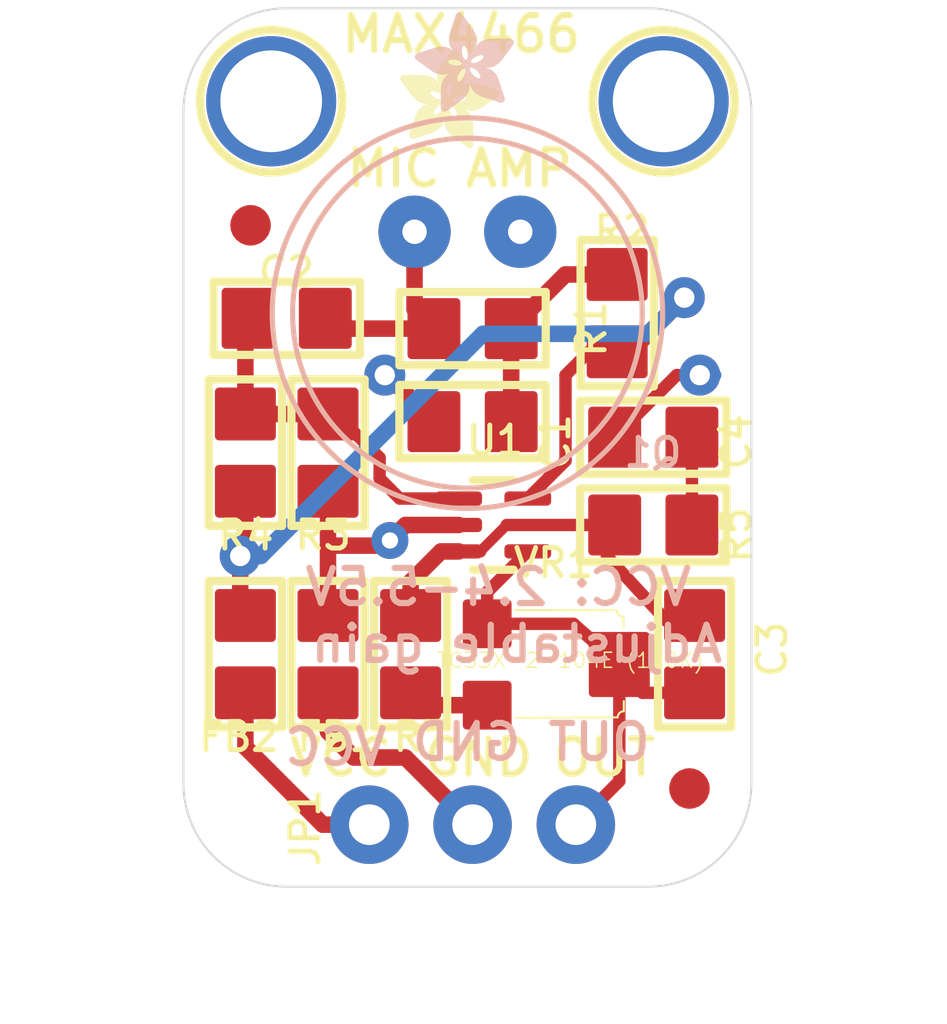
<source format=kicad_pcb>
(kicad_pcb (version 20211014) (generator pcbnew)
  (layers (0 "F.Cu" signal) (31 "B.Cu" signal) (34 "B.Paste" user) (35 "F.Paste" user) (36 "B.SilkS" user "B.Silkscreen") (37 "F.SilkS" user "F.Silkscreen") (38 "B.Mask" user) (39 "F.Mask" user) (44 "Edge.Cuts" user))
  (net 0 "")
  (net 1 "GND")
  (net 2 "VCC")
  (net 3 "N$3")
  (net 4 "N$4")
  (net 5 "N$5")
  (net 6 "AVCC")
  (net 7 "AGND")
  (net 8 "N$6")
  (net 9 "N$1")
  (net 10 "N$7")
  (net 11 "N$2")
  (footprint "boardEagle:0805" (layer "F.Cu") (at 143.0401 105.1306 -90)
    (fp_text reference "R4" (at 2.032 -0.762) (layer "F.SilkS") (effects (font (size 0.692831 0.692831) (thickness 0.119969)) (justify right)))
    (fp_text value "1M")
    (pad "1" smd roundrect (at -0.95 0 270) (size 1.3 1.5) (layers "F.Cu" "F.Paste" "F.Mask") (roundrect_rratio 0.07815384615) (net 5 "N$5"))
    (pad "2" smd roundrect (at 0.95 0 270) (size 1.3 1.5) (layers "F.Cu" "F.Paste" "F.Mask") (roundrect_rratio 0.07815384615) (net 6 "AVCC"))
  )
  (footprint "boardEagle:ADAFRUIT_2.5MM" (layer "F.Cu") (at 146.8501 97.6376)
    (fp_text reference "U$16" hide)
    (fp_text value "" hide)
  )
  (footprint "boardEagle:0805" (layer "F.Cu") (at 143.0401 110.0836 -90)
    (fp_text reference "FB2" (at 2.032 -0.889) (layer "F.SilkS") (effects (font (size 0.692831 0.692831) (thickness 0.119969)) (justify right)))
    (fp_text value "FERRITE")
    (pad "1" smd roundrect (at -0.95 0 270) (size 1.3 1.5) (layers "F.Cu" "F.Paste" "F.Mask") (roundrect_rratio 0.07815384615) (net 6 "AVCC"))
    (pad "2" smd roundrect (at 0.95 0 270) (size 1.3 1.5) (layers "F.Cu" "F.Paste" "F.Mask") (roundrect_rratio 0.07815384615) (net 2 "VCC"))
  )
  (footprint "boardEagle:0805" (layer "F.Cu") (at 148.6281 102.0826)
    (fp_text reference "R1" (at 2.921 0.762 90) (layer "F.SilkS") (effects (font (size 0.692831 0.692831) (thickness 0.119969)) (justify left)))
    (fp_text value "1K")
    (pad "1" smd roundrect (at -0.95 0) (size 1.3 1.5) (layers "F.Cu" "F.Paste" "F.Mask") (roundrect_rratio 0.07815384615) (net 3 "N$3"))
    (pad "2" smd roundrect (at 0.95 0) (size 1.3 1.5) (layers "F.Cu" "F.Paste" "F.Mask") (roundrect_rratio 0.07815384615) (net 4 "N$4"))
  )
  (footprint "boardEagle:0805" (layer "F.Cu") (at 152.1841 101.7016 -90)
    (fp_text reference "R2" (at -2.032 0.635) (layer "F.SilkS") (effects (font (size 0.692831 0.692831) (thickness 0.119969)) (justify left)))
    (fp_text value "1K")
    (pad "1" smd roundrect (at -0.95 0 270) (size 1.3 1.5) (layers "F.Cu" "F.Paste" "F.Mask") (roundrect_rratio 0.07815384615) (net 4 "N$4"))
    (pad "2" smd roundrect (at 0.95 0 270) (size 1.3 1.5) (layers "F.Cu" "F.Paste" "F.Mask") (roundrect_rratio 0.07815384615) (net 6 "AVCC"))
  )
  (footprint "boardEagle:FIDUCIAL_1MM" (layer "F.Cu") (at 153.9621 113.3856)
    (fp_text reference "FID1" hide)
    (fp_text value "FIDUCIAL\"\"" hide)
    (pad "1" smd roundrect (at 0 0) (size 1 1) (layers "F.Cu") (roundrect_rratio 0.5))
  )
  (footprint "boardEagle:FIDUCIAL_1MM" (layer "F.Cu") (at 143.1671 99.5426)
    (fp_text reference "FID2" hide)
    (fp_text value "FIDUCIAL\"\"" hide)
    (pad "1" smd roundrect (at 0 0) (size 1 1) (layers "F.Cu") (roundrect_rratio 0.5))
  )
  (footprint "boardEagle:1X03_ROUND_76" (layer "F.Cu") (at 148.6281 114.2746)
    (fp_text reference "JP1" (at -4.1148 1.0922 90) (layer "F.SilkS") (effects (font (size 0.692831 0.692831) (thickness 0.119969)) (justify left)))
    (fp_text value "")
    (pad "1" thru_hole circle (at -2.54 0 90) (size 1.9304 1.9304) (drill 1) (layers *.Cu *.Mask) (net 2 "VCC"))
    (pad "2" thru_hole circle (at 0 0 90) (size 1.9304 1.9304) (drill 1) (layers *.Cu *.Mask) (net 1 "GND"))
    (pad "3" thru_hole circle (at 2.54 0 90) (size 1.9304 1.9304) (drill 1) (layers *.Cu *.Mask) (net 8 "N$6"))
  )
  (footprint "boardEagle:MOUNTINGHOLE_2.5_PLATED" (layer "F.Cu") (at 153.3271 96.4946)
    (fp_text reference "U$14" hide)
    (fp_text value "MOUNTINGHOLE2.5" hide)
    (pad "P$1" thru_hole circle (at 0 0) (size 3.2 3.2) (drill 2.5) (layers *.Cu *.Mask))
  )
  (footprint "boardEagle:SC70-5" (layer "F.Cu") (at 149.1361 106.9086 -90)
    (fp_text reference "U1" (at -2.079 -0.819) (layer "F.SilkS") (effects (font (size 0.692831 0.692831) (thickness 0.119969)) (justify right)))
    (fp_text value "MAX4466EXK+T")
    (pad "1" smd roundrect (at -0.65 0.85 270) (size 0.35 1.15) (layers "F.Cu" "F.Paste" "F.Mask") (roundrect_rratio 0.2902857143) (net 5 "N$5"))
    (pad "2" smd roundrect (at 0 0.85 270) (size 0.35 1.15) (layers "F.Cu" "F.Paste" "F.Mask") (roundrect_rratio 0.2902857143) (net 7 "AGND"))
    (pad "3" smd roundrect (at 0.65 0.85 270) (size 0.35 1.15) (layers "F.Cu" "F.Paste" "F.Mask") (roundrect_rratio 0.2902857143) (net 9 "N$1"))
    (pad "4" smd roundrect (at 0.65 -0.85 270) (size 0.35 1.15) (layers "F.Cu" "F.Paste" "F.Mask") (roundrect_rratio 0.2902857143) (net 8 "N$6"))
    (pad "5" smd roundrect (at -0.65 -0.85 270) (size 0.35 1.15) (layers "F.Cu" "F.Paste" "F.Mask") (roundrect_rratio 0.2902857143) (net 6 "AVCC"))
  )
  (footprint "boardEagle:TRIMPOT_BOURNS_TC33X-2" (layer "F.Cu") (at 150.7871 110.3376 -90)
    (fp_text reference "VR1" (at -2.496 -0.89) (layer "F.SilkS") (effects (font (size 0.692831 0.692831) (thickness 0.119969)) (justify right)))
    (fp_text value "TC33X-2-104E (100K)" (at -0.101 -3.557) (layer "F.SilkS") (effects (font (size 0.369824 0.369824) (thickness 0.036576)) (justify right)))
    (pad "1" smd roundrect (at -1 1.8 270) (size 1.2 1.2) (layers "F.Cu" "F.Paste" "F.Mask") (roundrect_rratio 0.08466666667) (net 8 "N$6"))
    (pad "2" smd roundrect (at 0 -1.45 270) (size 1.6 1.5) (layers "F.Cu" "F.Paste" "F.Mask") (roundrect_rratio 0.06773333333) (net 8 "N$6"))
    (pad "3" smd roundrect (at 1 1.8 270) (size 1.2 1.2) (layers "F.Cu" "F.Paste" "F.Mask") (roundrect_rratio 0.08466666667) (net 11 "N$2"))
  )
  (footprint "boardEagle:MOUNTINGHOLE_2.5_PLATED" (layer "F.Cu") (at 143.6751 96.4946)
    (fp_text reference "U$11" hide)
    (fp_text value "MOUNTINGHOLE2.5" hide)
    (pad "P$1" thru_hole circle (at 0 0) (size 3.2 3.2) (drill 2.5) (layers *.Cu *.Mask))
  )
  (footprint "boardEagle:0805" (layer "F.Cu") (at 147.1041 110.0836 -90)
    (fp_text reference "R7" (at 2.032 -1.016) (layer "F.SilkS") (effects (font (size 0.692831 0.692831) (thickness 0.119969)) (justify right)))
    (fp_text value "22K")
    (pad "1" smd roundrect (at -0.95 0 270) (size 1.3 1.5) (layers "F.Cu" "F.Paste" "F.Mask") (roundrect_rratio 0.07815384615) (net 9 "N$1"))
    (pad "2" smd roundrect (at 0.95 0 270) (size 1.3 1.5) (layers "F.Cu" "F.Paste" "F.Mask") (roundrect_rratio 0.07815384615) (net 11 "N$2"))
  )
  (footprint "boardEagle:0805" (layer "F.Cu") (at 144.0561 101.8286 180)
    (fp_text reference "C2" (at 0.762 1.143) (layer "F.SilkS") (effects (font (size 0.692831 0.692831) (thickness 0.119969)) (justify left)))
    (fp_text value "0.01uF")
    (pad "1" smd roundrect (at -0.95 0 180) (size 1.3 1.5) (layers "F.Cu" "F.Paste" "F.Mask") (roundrect_rratio 0.07815384615) (net 3 "N$3"))
    (pad "2" smd roundrect (at 0.95 0 180) (size 1.3 1.5) (layers "F.Cu" "F.Paste" "F.Mask") (roundrect_rratio 0.07815384615) (net 5 "N$5"))
  )
  (footprint "boardEagle:0805" (layer "F.Cu") (at 145.0721 110.0836 90)
    (fp_text reference "FB1" (at -2.032 1.27) (layer "F.SilkS") (effects (font (size 0.692831 0.692831) (thickness 0.119969)) (justify right)))
    (fp_text value "FERRITE")
    (pad "1" smd roundrect (at -0.95 0 90) (size 1.3 1.5) (layers "F.Cu" "F.Paste" "F.Mask") (roundrect_rratio 0.07815384615) (net 1 "GND"))
    (pad "2" smd roundrect (at 0.95 0 90) (size 1.3 1.5) (layers "F.Cu" "F.Paste" "F.Mask") (roundrect_rratio 0.07815384615) (net 7 "AGND"))
  )
  (footprint "boardEagle:0805" (layer "F.Cu") (at 153.0731 104.7496 180)
    (fp_text reference "C4" (at -2.032 0.635 90) (layer "F.SilkS") (effects (font (size 0.692831 0.692831) (thickness 0.119969)) (justify right)))
    (fp_text value "10uF")
    (pad "1" smd roundrect (at -0.95 0 180) (size 1.3 1.5) (layers "F.Cu" "F.Paste" "F.Mask") (roundrect_rratio 0.07815384615) (net 10 "N$7"))
    (pad "2" smd roundrect (at 0.95 0 180) (size 1.3 1.5) (layers "F.Cu" "F.Paste" "F.Mask") (roundrect_rratio 0.07815384615) (net 7 "AGND"))
  )
  (footprint "boardEagle:0805" (layer "F.Cu") (at 153.0731 106.9086 180)
    (fp_text reference "R5" (at -2.032 0.508 90) (layer "F.SilkS") (effects (font (size 0.692831 0.692831) (thickness 0.119969)) (justify right)))
    (fp_text value "1K")
    (pad "1" smd roundrect (at -0.95 0 180) (size 1.3 1.5) (layers "F.Cu" "F.Paste" "F.Mask") (roundrect_rratio 0.07815384615) (net 10 "N$7"))
    (pad "2" smd roundrect (at 0.95 0 180) (size 1.3 1.5) (layers "F.Cu" "F.Paste" "F.Mask") (roundrect_rratio 0.07815384615) (net 9 "N$1"))
  )
  (footprint "boardEagle:0805" (layer "F.Cu") (at 154.0891 110.0836 90)
    (fp_text reference "C3" (at -0.635 1.905 90) (layer "F.SilkS") (effects (font (size 0.692831 0.692831) (thickness 0.119969)) (justify left)))
    (fp_text value "100pF")
    (pad "1" smd roundrect (at -0.95 0 90) (size 1.3 1.5) (layers "F.Cu" "F.Paste" "F.Mask") (roundrect_rratio 0.07815384615) (net 8 "N$6"))
    (pad "2" smd roundrect (at 0.95 0 90) (size 1.3 1.5) (layers "F.Cu" "F.Paste" "F.Mask") (roundrect_rratio 0.07815384615) (net 9 "N$1"))
  )
  (footprint "boardEagle:0805" (layer "F.Cu") (at 148.6281 104.3686 180)
    (fp_text reference "C1" (at -2.032 0.254 90) (layer "F.SilkS") (effects (font (size 0.692831 0.692831) (thickness 0.119969)) (justify right)))
    (fp_text value "0.1µF")
    (pad "1" smd roundrect (at -0.95 0 180) (size 1.3 1.5) (layers "F.Cu" "F.Paste" "F.Mask") (roundrect_rratio 0.07815384615) (net 4 "N$4"))
    (pad "2" smd roundrect (at 0.95 0 180) (size 1.3 1.5) (layers "F.Cu" "F.Paste" "F.Mask") (roundrect_rratio 0.07815384615) (net 7 "AGND"))
  )
  (footprint "boardEagle:0805" (layer "F.Cu") (at 145.0721 105.1306 90)
    (fp_text reference "R3" (at -2.032 0.635) (layer "F.SilkS") (effects (font (size 0.692831 0.692831) (thickness 0.119969)) (justify right)))
    (fp_text value "1M")
    (pad "1" smd roundrect (at -0.95 0 90) (size 1.3 1.5) (layers "F.Cu" "F.Paste" "F.Mask") (roundrect_rratio 0.07815384615) (net 7 "AGND"))
    (pad "2" smd roundrect (at 0.95 0 90) (size 1.3 1.5) (layers "F.Cu" "F.Paste" "F.Mask") (roundrect_rratio 0.07815384615) (net 5 "N$5"))
  )
  (footprint "boardEagle:ELECTRET_9.7" (layer "B.Cu") (at 148.5011 101.7016 180)
    (fp_text reference "Q1" (at -5.334 -3.429) (layer "B.SilkS") (effects (font (size 0.692831 0.692831) (thickness 0.119969)) (justify left mirror)))
    (fp_text value "CMA-4544PF-W")
    (pad "+" thru_hole circle (at 1.3 2 180) (size 1.778 1.778) (drill 0.6) (layers *.Cu *.Mask) (net 3 "N$3"))
    (pad "-" thru_hole circle (at -1.3 2 180) (size 1.778 1.778) (drill 0.6) (layers *.Cu *.Mask) (net 7 "AGND"))
  )
  (footprint "boardEagle:ADAFRUIT_2.5MM" (layer "B.Cu") (at 149.6441 96.7486 180)
    (fp_text reference "U$17" hide)
    (fp_text value "" hide)
  )
  (gr_arc (start 152.9461 94.2086) (mid 154.742151 94.952549) (end 155.4861 96.7486) (layer "Edge.Cuts") (width 0.05))
  (gr_arc (start 144.0561 115.7986) (mid 142.260049 115.054651) (end 141.5161 113.2586) (layer "Edge.Cuts") (width 0.05))
  (gr_line (start 155.4861 113.2586) (end 155.4861 96.7486) (layer "Edge.Cuts") (width 0.05))
  (gr_line (start 152.9461 94.2086) (end 144.0561 94.2086) (layer "Edge.Cuts") (width 0.05))
  (gr_line (start 141.5161 96.7486) (end 141.5161 113.2586) (layer "Edge.Cuts") (width 0.05))
  (gr_arc (start 155.4861 113.2586) (mid 154.742151 115.054651) (end 152.9461 115.7986) (layer "Edge.Cuts") (width 0.05))
  (gr_line (start 144.0561 115.7986) (end 152.9461 115.7986) (layer "Edge.Cuts") (width 0.05))
  (gr_arc (start 141.5161 96.7486) (mid 142.260049 94.952549) (end 144.0561 94.2086) (layer "Edge.Cuts") (width 0.05))
  (gr_text "VCC" (at 146.5961 112.8776) (layer "B.SilkS") (effects (font (size 0.8636 0.8636) (thickness 0.1524)) (justify left bottom mirror)))
  (gr_text "VCC: 2.4-5.5V" (at 154.0891 108.9406) (layer "B.SilkS") (effects (font (size 0.8636 0.8636) (thickness 0.1524)) (justify left bottom mirror)))
  (gr_text "GND" (at 149.8981 112.7506) (layer "B.SilkS") (effects (font (size 0.8636 0.8636) (thickness 0.1524)) (justify left bottom mirror)))
  (gr_text "OUT" (at 153.0731 112.7506) (layer "B.SilkS") (effects (font (size 0.8636 0.8636) (thickness 0.1524)) (justify left bottom mirror)))
  (gr_text "Adjustable gain" (at 154.8511 110.3376) (layer "B.SilkS") (effects (font (size 0.8636 0.8636) (thickness 0.1524)) (justify left bottom mirror)))
  (gr_text "MAX4466" (at 145.3261 95.3516) (layer "F.SilkS") (effects (font (size 0.8636 0.8636) (thickness 0.1524)) (justify left bottom)))
  (gr_text "VCC" (at 144.0561 113.1316) (layer "F.SilkS") (effects (font (size 0.8636 0.8636) (thickness 0.1524)) (justify left bottom)))
  (gr_text "GND" (at 147.3581 113.1316) (layer "F.SilkS") (effects (font (size 0.8636 0.8636) (thickness 0.1524)) (justify left bottom)))
  (gr_text "OUT" (at 150.5331 113.1316) (layer "F.SilkS") (effects (font (size 0.8636 0.8636) (thickness 0.1524)) (justify left bottom)))
  (gr_text "MIC AMP" (at 145.4531 98.6536) (layer "F.SilkS") (effects (font (size 0.8636 0.8636) (thickness 0.1524)) (justify left bottom)))
  (segment (start 145.0721 111.9886) (end 145.0721 111.0336) (width 0.4064) (layer "F.Cu") (net 1))
  (segment (start 146.9771 112.6236) (end 145.7071 112.6236) (width 0.4064) (layer "F.Cu") (net 1))
  (segment (start 148.6281 114.2746) (end 146.9771 112.6236) (width 0.4064) (layer "F.Cu") (net 1))
  (segment (start 145.7071 112.6236) (end 145.0721 111.9886) (width 0.4064) (layer "F.Cu") (net 1))
  (segment (start 144.9451 114.2746) (end 143.0401 112.3696) (width 0.4064) (layer "F.Cu") (net 2))
  (segment (start 146.0881 114.2746) (end 144.9451 114.2746) (width 0.4064) (layer "F.Cu") (net 2))
  (segment (start 143.0401 112.3696) (end 143.0401 111.0336) (width 0.4064) (layer "F.Cu") (net 2))
  (segment (start 145.2601 102.0826) (end 147.6781 102.0826) (width 0.4064) (layer "F.Cu") (net 3))
  (segment (start 145.0061 101.8286) (end 145.2601 102.0826) (width 0.4064) (layer "F.Cu") (net 3))
  (segment (start 147.6781 102.0826) (end 147.2011 101.6056) (width 0.4064) (layer "F.Cu") (net 3))
  (segment (start 147.2011 101.6056) (end 147.2011 99.7016) (width 0.4064) (layer "F.Cu") (net 3))
  (segment (start 149.5781 102.0826) (end 149.5781 104.3686) (width 0.4064) (layer "F.Cu") (net 4))
  (segment (start 149.5781 102.0826) (end 150.9091 100.7516) (width 0.4064) (layer "F.Cu") (net 4))
  (segment (start 150.9091 100.7516) (end 152.1841 100.7516) (width 0.4064) (layer "F.Cu") (net 4))
  (segment (start 148.2861 106.2586) (end 146.8351 106.2586) (width 0.3048) (layer "F.Cu") (net 5))
  (segment (start 143.1061 101.8286) (end 143.0401 101.8946) (width 0.4064) (layer "F.Cu") (net 5))
  (segment (start 146.3421 105.2576) (end 145.2651 104.1806) (width 0.3048) (layer "F.Cu") (net 5))
  (segment (start 143.0401 104.1806) (end 145.0721 104.1806) (width 0.4064) (layer "F.Cu") (net 5))
  (segment (start 146.8351 106.2586) (end 146.3421 105.7656) (width 0.3048) (layer "F.Cu") (net 5))
  (segment (start 145.5191 104.1806) (end 145.0721 104.1806) (width 0.3048) (layer "F.Cu") (net 5))
  (segment (start 146.3421 105.7656) (end 146.3421 105.2576) (width 0.3048) (layer "F.Cu") (net 5))
  (segment (start 145.2651 104.1806) (end 145.0721 104.1806) (width 0.3048) (layer "F.Cu") (net 5))
  (segment (start 143.0401 101.8946) (end 143.0401 104.1806) (width 0.4064) (layer "F.Cu") (net 5))
  (segment (start 143.0401 107.5436) (end 142.9131 107.6706) (width 0.4064) (layer "F.Cu") (net 6))
  (segment (start 150.9141 103.2256) (end 151.4881 102.6516) (width 0.3048) (layer "F.Cu") (net 6))
  (segment (start 143.0401 109.1336) (end 142.9131 109.3876) (width 0.4064) (layer "F.Cu") (net 6))
  (segment (start 142.9131 109.3876) (end 142.9131 107.6706) (width 0.4064) (layer "F.Cu") (net 6))
  (segment (start 149.9861 106.2586) (end 150.9141 105.3306) (width 0.3048) (layer "F.Cu") (net 6))
  (segment (start 151.4881 102.6516) (end 152.1841 102.6516) (width 0.3048) (layer "F.Cu") (net 6))
  (segment (start 143.0401 106.0806) (end 143.0401 107.5436) (width 0.4064) (layer "F.Cu") (net 6))
  (segment (start 152.5041 102.6516) (end 152.1841 102.6516) (width 0.4064) (layer "F.Cu") (net 6))
  (segment (start 153.8351 101.3206) (end 152.5041 102.6516) (width 0.4064) (layer "F.Cu") (net 6))
  (segment (start 150.9141 105.3306) (end 150.9141 103.2256) (width 0.3048) (layer "F.Cu") (net 6))
  (via (at 142.9131 107.6706) (size 1.008) (drill 0.5) (layers "F.Cu" "B.Cu") (net 6))
  (via (at 153.8351 101.3206) (size 1.008) (drill 0.5) (layers "F.Cu" "B.Cu") (net 6))
  (segment (start 152.9461 102.2096) (end 153.8351 101.3206) (width 0.4064) (layer "B.Cu") (net 6))
  (segment (start 142.9131 107.6706) (end 143.4211 107.6706) (width 0.4064) (layer "B.Cu") (net 6))
  (segment (start 143.4211 107.6706) (end 148.8821 102.2096) (width 0.4064) (layer "B.Cu") (net 6))
  (segment (start 148.8821 102.2096) (end 152.9461 102.2096) (width 0.4064) (layer "B.Cu") (net 6))
  (segment (start 148.2861 106.9086) (end 146.9771 106.9086) (width 0.4064) (layer "F.Cu") (net 7))
  (segment (start 146.9771 106.9086) (end 146.5961 107.2896) (width 0.4064) (layer "F.Cu") (net 7))
  (segment (start 146.5961 107.2896) (end 146.4691 107.4166) (width 0.4064) (layer "F.Cu") (net 7))
  (segment (start 145.0721 106.0806) (end 145.0721 107.4166) (width 0.4064) (layer "F.Cu") (net 7))
  (segment (start 147.6781 104.3686) (end 146.5351 103.2256) (width 0.4064) (layer "F.Cu") (net 7))
  (segment (start 146.5351 103.2256) (end 146.4691 103.2256) (width 0.4064) (layer "F.Cu") (net 7))
  (segment (start 146.4691 107.4166) (end 145.0721 107.4166) (width 0.4064) (layer "F.Cu") (net 7))
  (segment (start 152.1231 104.7496) (end 153.6471 103.2256) (width 0.3048) (layer "F.Cu") (net 7))
  (segment (start 145.0721 107.4166) (end 145.0721 109.1336) (width 0.4064) (layer "F.Cu") (net 7))
  (segment (start 153.6471 103.2256) (end 154.2161 103.2256) (width 0.3048) (layer "F.Cu") (net 7))
  (segment (start 145.3261 109.1336) (end 145.0721 109.1336) (width 0.4064) (layer "F.Cu") (net 7))
  (via (at 146.4691 103.2256) (size 1.008) (drill 0.5) (layers "F.Cu" "B.Cu") (net 7))
  (via (at 154.2161 103.2256) (size 1.008) (drill 0.5) (layers "F.Cu" "B.Cu") (net 7))
  (via (at 146.5961 107.2896) (size 0.908) (drill 0.4) (layers "F.Cu" "B.Cu") (net 7))
  (segment (start 154.2161 103.2256) (end 154.5971 103.2256) (width 0.3048) (layer "B.Cu") (net 7))
  (segment (start 146.4691 103.2256) (end 146.4691 102.9716) (width 0.4064) (layer "B.Cu") (net 7))
  (segment (start 148.9871 108.5576) (end 149.9861 107.5586) (width 0.3048) (layer "F.Cu") (net 8))
  (segment (start 152.2371 110.3376) (end 152.8061 111.0336) (width 0.3048) (layer "F.Cu") (net 8))
  (segment (start 148.9871 109.3376) (end 148.9871 108.5576) (width 0.3048) (layer "F.Cu") (net 8))
  (segment (start 151.1681 114.2746) (end 152.2371 113.2056) (width 0.3048) (layer "F.Cu") (net 8))
  (segment (start 152.2371 113.2056) (end 152.2371 110.3376) (width 0.3048) (layer "F.Cu") (net 8))
  (segment (start 152.2371 110.3376) (end 151.1101 109.3376) (width 0.3048) (layer "F.Cu") (net 8))
  (segment (start 152.8061 111.0336) (end 154.0891 111.0336) (width 0.3048) (layer "F.Cu") (net 8))
  (segment (start 151.1101 109.3376) (end 148.9871 109.3376) (width 0.3048) (layer "F.Cu") (net 8))
  (segment (start 153.3931 109.2606) (end 151.9301 107.6706) (width 0.3048) (layer "F.Cu") (net 9))
  (segment (start 151.9301 107.6706) (end 151.9301 106.9696) (width 0.3048) (layer "F.Cu") (net 9))
  (segment (start 151.9911 106.9086) (end 152.1231 106.9086) (width 0.4064) (layer "F.Cu") (net 9))
  (segment (start 148.8163 107.5586) (end 149.4663 106.9086) (width 0.254) (layer "F.Cu") (net 9))
  (segment (start 147.1041 108.3056) (end 147.1041 109.1336) (width 0.4064) (layer "F.Cu") (net 9))
  (segment (start 149.4663 106.9086) (end 152.1231 106.9086) (width 0.3048) (layer "F.Cu") (net 9))
  (segment (start 147.8511 107.5586) (end 147.1041 108.3056) (width 0.4064) (layer "F.Cu") (net 9))
  (segment (start 148.2861 107.5586) (end 148.8163 107.5586) (width 0.3048) (layer "F.Cu") (net 9))
  (segment (start 148.2861 107.5586) (end 147.8511 107.5586) (width 0.4064) (layer "F.Cu") (net 9))
  (segment (start 151.9301 106.9696) (end 151.9911 106.9086) (width 0.4064) (layer "F.Cu") (net 9))
  (segment (start 154.0891 109.1336) (end 153.3931 109.2606) (width 0.3048) (layer "F.Cu") (net 9))
  (segment (start 154.0231 104.7496) (end 154.0231 106.9086) (width 0.3048) (layer "F.Cu") (net 10))
  (segment (start 147.1041 111.0336) (end 147.1541 111.3376) (width 0.4064) (layer "F.Cu") (net 11))
  (segment (start 147.1541 111.3376) (end 148.9871 111.3376) (width 0.4064) (layer "F.Cu") (net 11))
)
</source>
